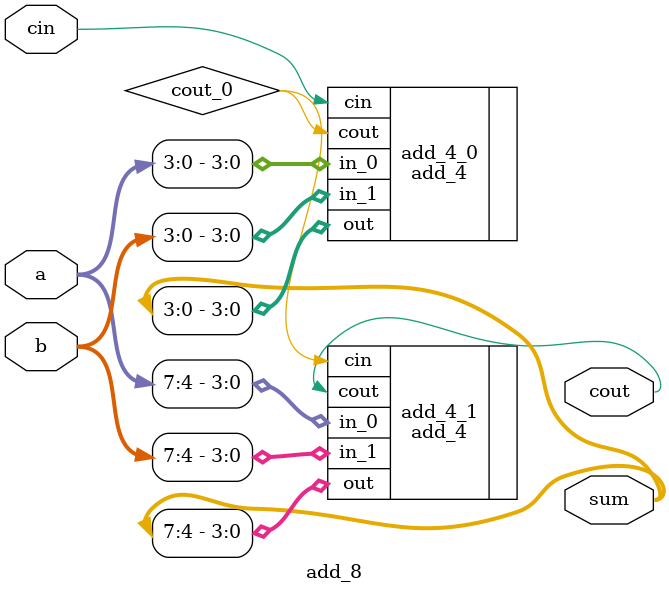
<source format=v>
`timescale 1ns / 1ps


module add_8(
    input [7:0] a,
    input [7:0] b,
    input cin,
    output [7:0] sum,
    output cout
);
    wire cout_0;
    add_4 add_4_0(
        .in_0(a[3:0]),
        .in_1(b[3:0]),
        .cin(cin),
        .out(sum[3:0]),
        .cout(cout_0)
    );

    add_4 add_4_1(
        .in_0(a[7:4]),
        .in_1(b[7:4]),
        .cin(cout_0),
        .out(sum[7:4]),
        .cout(cout)
    );
endmodule

</source>
